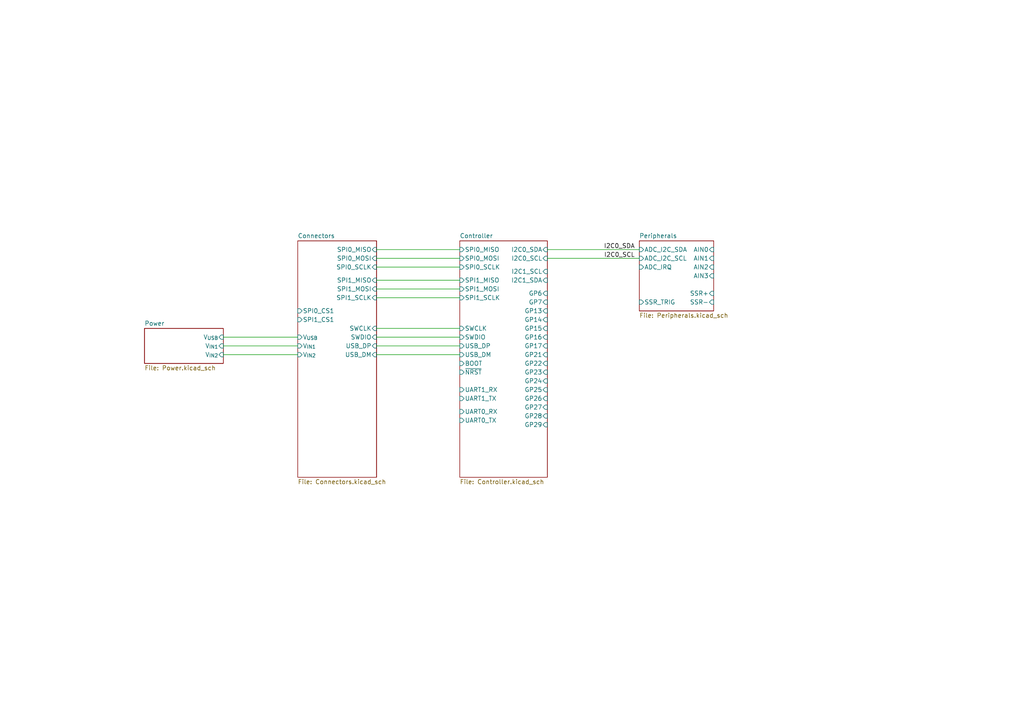
<source format=kicad_sch>
(kicad_sch (version 20230121) (generator eeschema)
  (paper "A4")
  (lib_symbols)
  (wire (pts (xy 64.77 97.79) (xy 86.36 97.79)))
  (wire (pts (xy 158.75 74.93) (xy 185.42 74.93)))
  (wire (pts (xy 64.77 102.87) (xy 86.36 102.87)))
  (wire (pts (xy 109.22 86.36) (xy 133.35 86.36)))
  (wire (pts (xy 109.22 77.47) (xy 133.35 77.47)))
  (wire (pts (xy 109.22 72.39) (xy 133.35 72.39)))
  (wire (pts (xy 109.22 102.87) (xy 133.35 102.87)))
  (wire (pts (xy 64.77 100.33) (xy 86.36 100.33)))
  (wire (pts (xy 109.22 95.25) (xy 133.35 95.25)))
  (wire (pts (xy 109.22 97.79) (xy 133.35 97.79)))
  (wire (pts (xy 109.22 81.28) (xy 133.35 81.28)))
  (wire (pts (xy 109.22 74.93) (xy 133.35 74.93)))
  (wire (pts (xy 158.75 72.39) (xy 185.42 72.39)))
  (wire (pts (xy 109.22 100.33) (xy 133.35 100.33)))
  (wire (pts (xy 109.22 83.82) (xy 133.35 83.82)))
  (label "I2C0_SDA" (at 184.15 72.39 180))
  (label "I2C0_SCL" (at 184.15 74.93 180))
  (sheet (at 41.91 95.25) (size 22.86 10.16) (stroke (width 0.1524))
    (property "Sheetname" "Power" (at 41.91 94.5384 0) (effects (justify left bottom)))
    (property "Sheetfile" "Power.kicad_sch" (at 41.91 105.9946 0) (effects (justify left top)))
    (pin "V_{IN1}" input (at 64.77 100.33 0))
    (pin "V_{IN2}" input (at 64.77 102.87 0))
    (pin "V_{USB}" input (at 64.77 97.79 0))
  )
  (sheet (at 86.36 69.85) (size 22.86 68.58) (stroke (width 0.1524))
    (property "Sheetname" "Connectors" (at 86.36 69.1384 0) (effects (justify left bottom)))
    (property "Sheetfile" "Connectors.kicad_sch" (at 86.36 139.0146 0) (effects (justify left top)))
    (pin "SPI0_MISO" input (at 109.22 72.39 0))
    (pin "SPI0_MOSI" input (at 109.22 74.93 0))
    (pin "SPI0_CS1" input (at 86.36 90.17 180))
    (pin "SPI0_SCLK" input (at 109.22 77.47 0))
    (pin "USB_DM" input (at 109.22 102.87 0))
    (pin "USB_DP" input (at 109.22 100.33 0))
    (pin "SWDIO" input (at 109.22 97.79 0))
    (pin "SWCLK" input (at 109.22 95.25 0))
    (pin "V_{USB}" input (at 86.36 97.79 180))
    (pin "SPI1_CS1" input (at 86.36 92.71 180))
    (pin "SPI1_MOSI" input (at 109.22 83.82 0))
    (pin "SPI1_SCLK" input (at 109.22 86.36 0))
    (pin "SPI1_MISO" input (at 109.22 81.28 0))
    (pin "V_{IN2}" input (at 86.36 102.87 180))
    (pin "V_{IN1}" input (at 86.36 100.33 180))
  )
  (sheet (at 185.42 69.85) (size 21.59 20.32) (stroke (width 0.1524))
    (property "Sheetname" "Peripherals" (at 185.42 69.1384 0) (effects (justify left bottom)))
    (property "Sheetfile" "Peripherals.kicad_sch" (at 185.42 90.7546 0) (effects (justify left top)))
    (pin "SSR+" input (at 207.01 85.09 0))
    (pin "SSR-" input (at 207.01 87.63 0))
    (pin "SSR_TRIG" input (at 185.42 87.63 180))
    (pin "ADC_IRQ" input (at 185.42 77.47 180))
    (pin "AIN3" input (at 207.01 80.01 0))
    (pin "AIN1" input (at 207.01 74.93 0))
    (pin "AIN0" input (at 207.01 72.39 0))
    (pin "AIN2" input (at 207.01 77.47 0))
    (pin "ADC_I2C_SDA" input (at 185.42 72.39 180))
    (pin "ADC_I2C_SCL" input (at 185.42 74.93 180))
  )
  (sheet (at 133.35 69.85) (size 25.4 68.58) (stroke (width 0.1524))
    (property "Sheetname" "Controller" (at 133.35 69.1384 0) (effects (justify left bottom)))
    (property "Sheetfile" "Controller.kicad_sch" (at 133.35 139.0146 0) (effects (justify left top)))
    (pin "SWCLK" input (at 133.35 95.25 180))
    (pin "SWDIO" input (at 133.35 97.79 180))
    (pin "USB_DP" input (at 133.35 100.33 180))
    (pin "USB_DM" input (at 133.35 102.87 180))
    (pin "UART0_TX" input (at 133.35 121.92 180))
    (pin "UART0_RX" input (at 133.35 119.38 180))
    (pin "UART1_RX" input (at 133.35 113.03 180))
    (pin "I2C1_SCL" input (at 158.75 78.74 0))
    (pin "UART1_TX" input (at 133.35 115.57 180))
    (pin "I2C1_SDA" input (at 158.75 81.28 0))
    (pin "SPI1_SCLK" input (at 133.35 86.36 180))
    (pin "SPI1_MOSI" input (at 133.35 83.82 180))
    (pin "I2C0_SDA" input (at 158.75 72.39 0))
    (pin "I2C0_SCL" input (at 158.75 74.93 0))
    (pin "SPI1_MISO" input (at 133.35 81.28 180))
    (pin "SPI0_SCLK" input (at 133.35 77.47 180))
    (pin "SPI0_MISO" input (at 133.35 72.39 180))
    (pin "SPI0_MOSI" input (at 133.35 74.93 180))
    (pin "GP24" input (at 158.75 110.49 0))
    (pin "GP23" input (at 158.75 107.95 0))
    (pin "GP22" input (at 158.75 105.41 0))
    (pin "GP21" input (at 158.75 102.87 0))
    (pin "GP25" input (at 158.75 113.03 0))
    (pin "GP26" input (at 158.75 115.57 0))
    (pin "GP29" input (at 158.75 123.19 0))
    (pin "GP28" input (at 158.75 120.65 0))
    (pin "GP27" input (at 158.75 118.11 0))
    (pin "~{NRST}" input (at 133.35 107.95 180))
    (pin "BOOT" input (at 133.35 105.41 180))
    (pin "GP7" input (at 158.75 87.63 0))
    (pin "GP6" input (at 158.75 85.09 0))
    (pin "GP14" input (at 158.75 92.71 0))
    (pin "GP16" input (at 158.75 97.79 0))
    (pin "GP13" input (at 158.75 90.17 0))
    (pin "GP17" input (at 158.75 100.33 0))
    (pin "GP15" input (at 158.75 95.25 0))
  )
)
</source>
